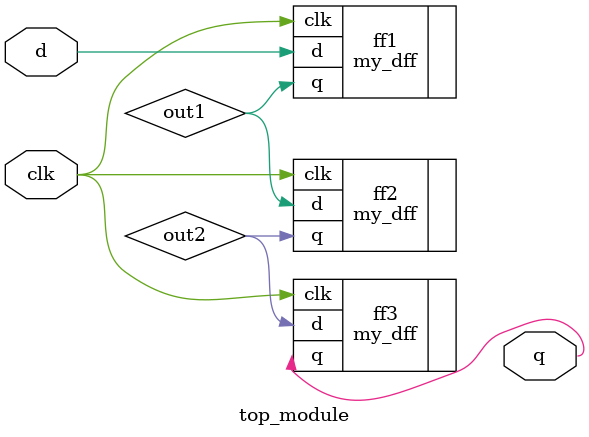
<source format=v>
module top_module(clk,d,q);
    input clk,d;
    output q;
    wire out1,out2;

    my_dff ff1(.clk(clk),.d(d),.q(out1));
    my_dff ff2(.clk(clk),.d(out1),.q(out2));
    my_dff ff3(.clk(clk),.d(out2),.q(q));
endmodule

/* 
module top_module(clk,d,q);
  input clk,d;
  output q;
  wire out_1,out_2;

  my_dff dff_1(
    .clk(clk),
    .d(d),
    .q(out_1)
  );
  my_dff dff_2(
    .clk(clk),
    .d(out_1),
    .q(out_2)
  );
  my_dff dff_3(
    .clk(clk),
    .d(out_2),
    .q(q)
  );

endmodule
 */
</source>
